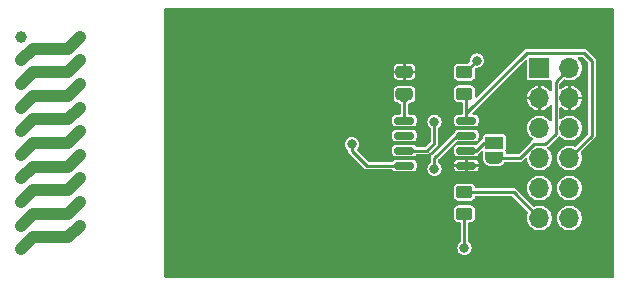
<source format=gbr>
%TF.GenerationSoftware,KiCad,Pcbnew,7.0.10*%
%TF.CreationDate,2024-01-17T19:36:25+01:00*%
%TF.ProjectId,RFM69HW_868,52464d36-3948-4575-9f38-36382e6b6963,rev?*%
%TF.SameCoordinates,Original*%
%TF.FileFunction,Copper,L2,Bot*%
%TF.FilePolarity,Positive*%
%FSLAX46Y46*%
G04 Gerber Fmt 4.6, Leading zero omitted, Abs format (unit mm)*
G04 Created by KiCad (PCBNEW 7.0.10) date 2024-01-17 19:36:25*
%MOMM*%
%LPD*%
G01*
G04 APERTURE LIST*
G04 Aperture macros list*
%AMRoundRect*
0 Rectangle with rounded corners*
0 $1 Rounding radius*
0 $2 $3 $4 $5 $6 $7 $8 $9 X,Y pos of 4 corners*
0 Add a 4 corners polygon primitive as box body*
4,1,4,$2,$3,$4,$5,$6,$7,$8,$9,$2,$3,0*
0 Add four circle primitives for the rounded corners*
1,1,$1+$1,$2,$3*
1,1,$1+$1,$4,$5*
1,1,$1+$1,$6,$7*
1,1,$1+$1,$8,$9*
0 Add four rect primitives between the rounded corners*
20,1,$1+$1,$2,$3,$4,$5,0*
20,1,$1+$1,$4,$5,$6,$7,0*
20,1,$1+$1,$6,$7,$8,$9,0*
20,1,$1+$1,$8,$9,$2,$3,0*%
%AMFreePoly0*
4,1,19,0.550000,-0.750000,0.000000,-0.750000,0.000000,-0.744911,-0.071157,-0.744911,-0.207708,-0.704816,-0.327430,-0.627875,-0.420627,-0.520320,-0.479746,-0.390866,-0.500000,-0.250000,-0.500000,0.250000,-0.479746,0.390866,-0.420627,0.520320,-0.327430,0.627875,-0.207708,0.704816,-0.071157,0.744911,0.000000,0.744911,0.000000,0.750000,0.550000,0.750000,0.550000,-0.750000,0.550000,-0.750000,
$1*%
%AMFreePoly1*
4,1,19,0.000000,0.744911,0.071157,0.744911,0.207708,0.704816,0.327430,0.627875,0.420627,0.520320,0.479746,0.390866,0.500000,0.250000,0.500000,-0.250000,0.479746,-0.390866,0.420627,-0.520320,0.327430,-0.627875,0.207708,-0.704816,0.071157,-0.744911,0.000000,-0.744911,0.000000,-0.750000,-0.550000,-0.750000,-0.550000,0.750000,0.000000,0.750000,0.000000,0.744911,0.000000,0.744911,
$1*%
G04 Aperture macros list end*
%TA.AperFunction,EtchedComponent*%
%ADD10C,1.000000*%
%TD*%
%TA.AperFunction,ComponentPad*%
%ADD11R,1.700000X1.700000*%
%TD*%
%TA.AperFunction,ComponentPad*%
%ADD12O,1.700000X1.700000*%
%TD*%
%TA.AperFunction,ComponentPad*%
%ADD13C,1.000000*%
%TD*%
%TA.AperFunction,SMDPad,CuDef*%
%ADD14FreePoly0,270.000000*%
%TD*%
%TA.AperFunction,SMDPad,CuDef*%
%ADD15R,1.500000X1.000000*%
%TD*%
%TA.AperFunction,SMDPad,CuDef*%
%ADD16FreePoly1,270.000000*%
%TD*%
%TA.AperFunction,SMDPad,CuDef*%
%ADD17RoundRect,0.250000X0.450000X-0.262500X0.450000X0.262500X-0.450000X0.262500X-0.450000X-0.262500X0*%
%TD*%
%TA.AperFunction,SMDPad,CuDef*%
%ADD18RoundRect,0.250000X-0.450000X0.262500X-0.450000X-0.262500X0.450000X-0.262500X0.450000X0.262500X0*%
%TD*%
%TA.AperFunction,SMDPad,CuDef*%
%ADD19RoundRect,0.250000X0.475000X-0.250000X0.475000X0.250000X-0.475000X0.250000X-0.475000X-0.250000X0*%
%TD*%
%TA.AperFunction,SMDPad,CuDef*%
%ADD20RoundRect,0.150000X0.675000X0.150000X-0.675000X0.150000X-0.675000X-0.150000X0.675000X-0.150000X0*%
%TD*%
%TA.AperFunction,ViaPad*%
%ADD21C,0.800000*%
%TD*%
%TA.AperFunction,Conductor*%
%ADD22C,0.250000*%
%TD*%
G04 APERTURE END LIST*
D10*
%TO.C,AE1*%
X105960000Y-58530000D02*
X106960000Y-57530000D01*
X106960000Y-57530000D02*
X109960000Y-57530000D01*
X109960000Y-57530000D02*
X110960000Y-56530000D01*
X105960000Y-56530000D02*
X106960000Y-55530000D01*
X106960000Y-55530000D02*
X109960000Y-55530000D01*
X109960000Y-55530000D02*
X110960000Y-54530000D01*
X105960000Y-54530000D02*
X106960000Y-53530000D01*
X106960000Y-53530000D02*
X109960000Y-53530000D01*
X109960000Y-53530000D02*
X110960000Y-52530000D01*
X105960000Y-52530000D02*
X106960000Y-51530000D01*
X106960000Y-51530000D02*
X109960000Y-51530000D01*
X109960000Y-51530000D02*
X110960000Y-50530000D01*
X105960000Y-50530000D02*
X106960000Y-49530000D01*
X106960000Y-49530000D02*
X109960000Y-49530000D01*
X109960000Y-49530000D02*
X110960000Y-48530000D01*
X105960000Y-48530000D02*
X106960000Y-47530000D01*
X106960000Y-47530000D02*
X109960000Y-47530000D01*
X109960000Y-47530000D02*
X110960000Y-46530000D01*
X105960000Y-46530000D02*
X106960000Y-45530000D01*
X106960000Y-45530000D02*
X109960000Y-45530000D01*
X109960000Y-45530000D02*
X110960000Y-44530000D01*
X105960000Y-44530000D02*
X106960000Y-43530000D01*
X106960000Y-43530000D02*
X109960000Y-43530000D01*
X109960000Y-43530000D02*
X110960000Y-42530000D01*
X105960000Y-42530000D02*
X106960000Y-41530000D01*
X106960000Y-41530000D02*
X109960000Y-41530000D01*
X109960000Y-41530000D02*
X110960000Y-40530000D01*
%TD*%
D11*
%TO.P,J1,1,Pin_1*%
%TO.N,VCC*%
X149860000Y-43180000D03*
D12*
%TO.P,J1,2,Pin_2*%
X152400000Y-43180000D03*
%TO.P,J1,3,Pin_3*%
%TO.N,GND*%
X149860000Y-45720000D03*
%TO.P,J1,4,Pin_4*%
X152400000Y-45720000D03*
%TO.P,J1,5,Pin_5*%
%TO.N,SCK*%
X149860000Y-48260000D03*
%TO.P,J1,6,Pin_6*%
%TO.N,unconnected-(J1-Pin_6-Pad6)*%
X152400000Y-48260000D03*
%TO.P,J1,7,Pin_7*%
%TO.N,MISO*%
X149860000Y-50800000D03*
%TO.P,J1,8,Pin_8*%
%TO.N,nCS2*%
X152400000Y-50800000D03*
%TO.P,J1,9,Pin_9*%
%TO.N,MOSI*%
X149860000Y-53340000D03*
%TO.P,J1,10,Pin_10*%
%TO.N,nRESET*%
X152400000Y-53340000D03*
%TO.P,J1,11,Pin_11*%
%TO.N,nCS*%
X149860000Y-55880000D03*
%TO.P,J1,12,Pin_12*%
%TO.N,DIO0*%
X152400000Y-55880000D03*
%TD*%
D13*
%TO.P,AE1,*%
%TO.N,*%
X105960000Y-58530000D03*
X105960000Y-56530000D03*
X110960000Y-56530000D03*
X105960000Y-54530000D03*
X110960000Y-54530000D03*
X105960000Y-52530000D03*
X110960000Y-52530000D03*
X105960000Y-50530000D03*
X110960000Y-50530000D03*
X105960000Y-48530000D03*
X110960000Y-48530000D03*
X105960000Y-46530000D03*
X110960000Y-46530000D03*
X105960000Y-44530000D03*
X110960000Y-44530000D03*
X105960000Y-42530000D03*
X110960000Y-42530000D03*
X105960000Y-40530000D03*
X110960000Y-40530000D03*
%TD*%
D14*
%TO.P,JP1,1,A*%
%TO.N,GND*%
X146050000Y-48200000D03*
D15*
%TO.P,JP1,2,C*%
%TO.N,Net-(JP1-C)*%
X146050000Y-49500000D03*
D16*
%TO.P,JP1,3,B*%
%TO.N,VCC*%
X146050000Y-50800000D03*
%TD*%
D17*
%TO.P,R2,1*%
%TO.N,VCC*%
X143510000Y-55522500D03*
%TO.P,R2,2*%
%TO.N,nCS*%
X143510000Y-53697500D03*
%TD*%
D18*
%TO.P,R1,1*%
%TO.N,VCC*%
X143510000Y-43537500D03*
%TO.P,R1,2*%
%TO.N,nCS2*%
X143510000Y-45362500D03*
%TD*%
D19*
%TO.P,C2,1*%
%TO.N,VCC*%
X138430000Y-45400000D03*
%TO.P,C2,2*%
%TO.N,GND*%
X138430000Y-43500000D03*
%TD*%
D20*
%TO.P,U2,1,~{CS}*%
%TO.N,nCS2*%
X143680000Y-47625000D03*
%TO.P,U2,2,O1/SO*%
%TO.N,MISO*%
X143680000Y-48895000D03*
%TO.P,U2,3,~{WP}*%
%TO.N,Net-(JP1-C)*%
X143680000Y-50165000D03*
%TO.P,U2,4,VSS*%
%TO.N,GND*%
X143680000Y-51435000D03*
%TO.P,U2,5,SI/IO0*%
%TO.N,MOSI*%
X138430000Y-51435000D03*
%TO.P,U2,6,SCLK*%
%TO.N,SCK*%
X138430000Y-50165000D03*
%TO.P,U2,7,NC*%
%TO.N,unconnected-(U2-NC-Pad7)*%
X138430000Y-48895000D03*
%TO.P,U2,8,VCC*%
%TO.N,VCC*%
X138430000Y-47625000D03*
%TD*%
D21*
%TO.N,GND*%
X132715000Y-38735000D03*
X136525000Y-38735000D03*
X146685000Y-60325000D03*
X149225000Y-38735000D03*
X123825000Y-60325000D03*
X139065000Y-38735000D03*
X155575000Y-50165000D03*
X129540000Y-48895000D03*
X126365000Y-38735000D03*
X130175000Y-38735000D03*
X129540000Y-50800000D03*
X133985000Y-60325000D03*
X135255000Y-38735000D03*
X147955000Y-38735000D03*
X144145000Y-60325000D03*
X137795000Y-60325000D03*
X126365000Y-60325000D03*
X128905000Y-38735000D03*
X147955000Y-60325000D03*
X137795000Y-38735000D03*
X131445000Y-38735000D03*
X149225000Y-60325000D03*
X146685000Y-38735000D03*
X142875000Y-60325000D03*
X130175000Y-60325000D03*
X155575000Y-40005000D03*
X122555000Y-38735000D03*
X121285000Y-60325000D03*
X144145000Y-38735000D03*
X154305000Y-60325000D03*
X150495000Y-60325000D03*
X127635000Y-38735000D03*
X131445000Y-60325000D03*
X140335000Y-38735000D03*
X155575000Y-43815000D03*
X127635000Y-60325000D03*
X155575000Y-53975000D03*
X142875000Y-38735000D03*
X155575000Y-45085000D03*
X125095000Y-38735000D03*
X155575000Y-59055000D03*
X122555000Y-60325000D03*
X155575000Y-60325000D03*
X155575000Y-41275000D03*
X155575000Y-47625000D03*
X136525000Y-60325000D03*
X121285000Y-38735000D03*
X154305000Y-38735000D03*
X155575000Y-52705000D03*
X125095000Y-60325000D03*
X128905000Y-60325000D03*
X151765000Y-38735000D03*
X133985000Y-38735000D03*
X120015000Y-38735000D03*
X155575000Y-56515000D03*
X118745000Y-38735000D03*
X118745000Y-60325000D03*
X141605000Y-38735000D03*
X153035000Y-60325000D03*
X151765000Y-60325000D03*
X155575000Y-42545000D03*
X155575000Y-46355000D03*
X155575000Y-48895000D03*
X141605000Y-60325000D03*
X145415000Y-60325000D03*
X155575000Y-51435000D03*
X120015000Y-60325000D03*
X123825000Y-38735000D03*
X135255000Y-60325000D03*
X155575000Y-57785000D03*
X155575000Y-38735000D03*
X139065000Y-60325000D03*
X140335000Y-60325000D03*
X155575000Y-55245000D03*
X150495000Y-38735000D03*
X132715000Y-60325000D03*
X153035000Y-38735000D03*
X145415000Y-38735000D03*
%TO.N,SCK*%
X140970000Y-47720000D03*
%TO.N,MOSI*%
X133985000Y-49625000D03*
%TO.N,MISO*%
X140970000Y-51720000D03*
%TO.N,VCC*%
X144565000Y-42545000D03*
X143510000Y-58420000D03*
X138430000Y-45720000D03*
%TD*%
D22*
%TO.N,nCS*%
X149860000Y-55880000D02*
X147677500Y-53697500D01*
X147677500Y-53697500D02*
X143510000Y-53697500D01*
%TO.N,SCK*%
X138430000Y-50165000D02*
X140335000Y-50165000D01*
X140970000Y-49530000D02*
X140970000Y-47720000D01*
X140335000Y-50165000D02*
X140970000Y-49530000D01*
%TO.N,MOSI*%
X133985000Y-50165000D02*
X133985000Y-49625000D01*
X135255000Y-51435000D02*
X133985000Y-50165000D01*
X138430000Y-51435000D02*
X135255000Y-51435000D01*
%TO.N,MISO*%
X142875000Y-48895000D02*
X140970000Y-50800000D01*
X143680000Y-48895000D02*
X142875000Y-48895000D01*
X140970000Y-50800000D02*
X140970000Y-51720000D01*
%TO.N,VCC*%
X146050000Y-50800000D02*
X148198299Y-50800000D01*
X148198299Y-50800000D02*
X149373299Y-49625000D01*
X149373299Y-49625000D02*
X150346701Y-49625000D01*
X138430000Y-45720000D02*
X138430000Y-47625000D01*
X151225000Y-48746701D02*
X151225000Y-44355000D01*
X143572500Y-43537500D02*
X144565000Y-42545000D01*
X143510000Y-55522500D02*
X143510000Y-58420000D01*
X143510000Y-43537500D02*
X143572500Y-43537500D01*
X151225000Y-44355000D02*
X152400000Y-43180000D01*
X150346701Y-49625000D02*
X151225000Y-48746701D01*
%TO.N,nCS2*%
X143680000Y-47625000D02*
X143680000Y-47010000D01*
X143680000Y-47625000D02*
X143680000Y-45532500D01*
X143680000Y-47010000D02*
X148780000Y-41910000D01*
X143680000Y-45532500D02*
X143510000Y-45362500D01*
X148780000Y-41910000D02*
X153670000Y-41910000D01*
X154305000Y-42545000D02*
X154305000Y-48895000D01*
X154305000Y-48895000D02*
X152400000Y-50800000D01*
X153670000Y-41910000D02*
X154305000Y-42545000D01*
%TO.N,Net-(JP1-C)*%
X143680000Y-50165000D02*
X144504999Y-50165000D01*
X144504999Y-50165000D02*
X145169999Y-49500000D01*
X145169999Y-49500000D02*
X146050000Y-49500000D01*
%TD*%
%TA.AperFunction,Conductor*%
%TO.N,GND*%
G36*
X156143691Y-38144407D02*
G01*
X156179655Y-38193907D01*
X156184500Y-38224500D01*
X156184500Y-60835500D01*
X156165593Y-60893691D01*
X156116093Y-60929655D01*
X156085500Y-60934500D01*
X118209000Y-60934500D01*
X118150809Y-60915593D01*
X118114845Y-60866093D01*
X118110000Y-60835500D01*
X118110000Y-55839274D01*
X142609500Y-55839274D01*
X142612353Y-55869694D01*
X142612355Y-55869703D01*
X142657207Y-55997883D01*
X142737845Y-56107144D01*
X142737847Y-56107146D01*
X142737850Y-56107150D01*
X142737853Y-56107152D01*
X142737855Y-56107154D01*
X142847116Y-56187792D01*
X142847117Y-56187792D01*
X142847118Y-56187793D01*
X142975301Y-56232646D01*
X143005725Y-56235499D01*
X143005727Y-56235500D01*
X143005734Y-56235500D01*
X143085500Y-56235500D01*
X143143691Y-56254407D01*
X143179655Y-56303907D01*
X143184500Y-56334500D01*
X143184500Y-57864028D01*
X143165593Y-57922219D01*
X143145768Y-57942570D01*
X143081718Y-57991717D01*
X142985462Y-58117160D01*
X142985462Y-58117161D01*
X142924957Y-58263233D01*
X142924955Y-58263241D01*
X142904318Y-58419999D01*
X142904318Y-58420000D01*
X142924955Y-58576758D01*
X142924957Y-58576766D01*
X142985462Y-58722838D01*
X142985462Y-58722839D01*
X142985464Y-58722841D01*
X143081718Y-58848282D01*
X143207159Y-58944536D01*
X143353238Y-59005044D01*
X143470809Y-59020522D01*
X143509999Y-59025682D01*
X143510000Y-59025682D01*
X143510001Y-59025682D01*
X143541352Y-59021554D01*
X143666762Y-59005044D01*
X143812841Y-58944536D01*
X143938282Y-58848282D01*
X144034536Y-58722841D01*
X144095044Y-58576762D01*
X144115682Y-58420000D01*
X144095044Y-58263238D01*
X144034537Y-58117161D01*
X144034537Y-58117160D01*
X143938281Y-57991717D01*
X143874232Y-57942570D01*
X143839577Y-57892145D01*
X143835500Y-57864028D01*
X143835500Y-56334500D01*
X143854407Y-56276309D01*
X143903907Y-56240345D01*
X143934500Y-56235500D01*
X144014273Y-56235500D01*
X144014273Y-56235499D01*
X144044699Y-56232646D01*
X144172882Y-56187793D01*
X144282150Y-56107150D01*
X144362793Y-55997882D01*
X144407646Y-55869699D01*
X144410499Y-55839273D01*
X144410500Y-55839273D01*
X144410500Y-55205727D01*
X144410499Y-55205725D01*
X144407646Y-55175305D01*
X144407646Y-55175301D01*
X144362793Y-55047118D01*
X144282150Y-54937850D01*
X144282146Y-54937847D01*
X144282144Y-54937845D01*
X144172883Y-54857207D01*
X144044703Y-54812355D01*
X144044694Y-54812353D01*
X144014274Y-54809500D01*
X144014266Y-54809500D01*
X143005734Y-54809500D01*
X143005725Y-54809500D01*
X142975305Y-54812353D01*
X142975296Y-54812355D01*
X142847116Y-54857207D01*
X142737855Y-54937845D01*
X142737845Y-54937855D01*
X142657207Y-55047116D01*
X142612355Y-55175296D01*
X142612353Y-55175305D01*
X142609500Y-55205725D01*
X142609500Y-55839274D01*
X118110000Y-55839274D01*
X118110000Y-54014274D01*
X142609500Y-54014274D01*
X142612353Y-54044694D01*
X142612355Y-54044703D01*
X142657207Y-54172883D01*
X142737845Y-54282144D01*
X142737847Y-54282146D01*
X142737850Y-54282150D01*
X142737853Y-54282152D01*
X142737855Y-54282154D01*
X142847116Y-54362792D01*
X142847117Y-54362792D01*
X142847118Y-54362793D01*
X142975301Y-54407646D01*
X143005725Y-54410499D01*
X143005727Y-54410500D01*
X143005734Y-54410500D01*
X144014273Y-54410500D01*
X144014273Y-54410499D01*
X144044699Y-54407646D01*
X144172882Y-54362793D01*
X144282150Y-54282150D01*
X144362793Y-54172882D01*
X144392039Y-54089302D01*
X144429104Y-54040622D01*
X144485483Y-54023000D01*
X147501666Y-54023000D01*
X147559857Y-54041907D01*
X147571670Y-54051996D01*
X148871497Y-55351823D01*
X148899274Y-55406340D01*
X148889703Y-55466772D01*
X148888807Y-55468489D01*
X148884770Y-55476041D01*
X148884766Y-55476052D01*
X148824699Y-55674065D01*
X148824698Y-55674070D01*
X148804417Y-55879996D01*
X148804417Y-55880003D01*
X148824698Y-56085929D01*
X148824699Y-56085934D01*
X148884768Y-56283954D01*
X148982316Y-56466452D01*
X149113585Y-56626404D01*
X149113590Y-56626410D01*
X149113595Y-56626414D01*
X149273547Y-56757683D01*
X149273548Y-56757683D01*
X149273550Y-56757685D01*
X149456046Y-56855232D01*
X149593997Y-56897078D01*
X149654065Y-56915300D01*
X149654070Y-56915301D01*
X149859997Y-56935583D01*
X149860000Y-56935583D01*
X149860003Y-56935583D01*
X150065929Y-56915301D01*
X150065934Y-56915300D01*
X150263954Y-56855232D01*
X150446450Y-56757685D01*
X150606410Y-56626410D01*
X150737685Y-56466450D01*
X150835232Y-56283954D01*
X150895300Y-56085934D01*
X150895301Y-56085929D01*
X150915583Y-55880003D01*
X151344417Y-55880003D01*
X151364698Y-56085929D01*
X151364699Y-56085934D01*
X151424768Y-56283954D01*
X151522316Y-56466452D01*
X151653585Y-56626404D01*
X151653590Y-56626410D01*
X151653595Y-56626414D01*
X151813547Y-56757683D01*
X151813548Y-56757683D01*
X151813550Y-56757685D01*
X151996046Y-56855232D01*
X152133997Y-56897078D01*
X152194065Y-56915300D01*
X152194070Y-56915301D01*
X152399997Y-56935583D01*
X152400000Y-56935583D01*
X152400003Y-56935583D01*
X152605929Y-56915301D01*
X152605934Y-56915300D01*
X152803954Y-56855232D01*
X152986450Y-56757685D01*
X153146410Y-56626410D01*
X153277685Y-56466450D01*
X153375232Y-56283954D01*
X153435300Y-56085934D01*
X153435301Y-56085929D01*
X153455583Y-55880003D01*
X153455583Y-55879996D01*
X153435301Y-55674070D01*
X153435300Y-55674065D01*
X153417078Y-55613997D01*
X153375232Y-55476046D01*
X153277685Y-55293550D01*
X153146410Y-55133590D01*
X153041041Y-55047116D01*
X152986452Y-55002316D01*
X152803954Y-54904768D01*
X152605934Y-54844699D01*
X152605929Y-54844698D01*
X152400003Y-54824417D01*
X152399997Y-54824417D01*
X152194070Y-54844698D01*
X152194065Y-54844699D01*
X151996045Y-54904768D01*
X151813547Y-55002316D01*
X151653595Y-55133585D01*
X151653585Y-55133595D01*
X151522316Y-55293547D01*
X151424768Y-55476045D01*
X151364699Y-55674065D01*
X151364698Y-55674070D01*
X151344417Y-55879996D01*
X151344417Y-55880003D01*
X150915583Y-55880003D01*
X150915583Y-55879996D01*
X150895301Y-55674070D01*
X150895300Y-55674065D01*
X150877078Y-55613997D01*
X150835232Y-55476046D01*
X150737685Y-55293550D01*
X150606410Y-55133590D01*
X150501041Y-55047116D01*
X150446452Y-55002316D01*
X150263954Y-54904768D01*
X150065934Y-54844699D01*
X150065929Y-54844698D01*
X149860003Y-54824417D01*
X149859997Y-54824417D01*
X149654070Y-54844698D01*
X149654065Y-54844699D01*
X149456052Y-54904766D01*
X149456049Y-54904767D01*
X149456046Y-54904768D01*
X149456044Y-54904768D01*
X149456041Y-54904770D01*
X149448489Y-54908807D01*
X149388255Y-54919558D01*
X149333206Y-54892852D01*
X149331823Y-54891497D01*
X147920768Y-53480442D01*
X147914934Y-53474074D01*
X147889956Y-53444306D01*
X147856295Y-53424872D01*
X147849012Y-53420232D01*
X147817185Y-53397946D01*
X147817179Y-53397943D01*
X147815724Y-53397554D01*
X147791848Y-53387664D01*
X147790545Y-53386911D01*
X147752279Y-53380164D01*
X147743850Y-53378295D01*
X147718948Y-53371623D01*
X147706307Y-53368236D01*
X147706306Y-53368236D01*
X147706305Y-53368236D01*
X147667595Y-53371623D01*
X147658966Y-53372000D01*
X144485483Y-53372000D01*
X144427292Y-53353093D01*
X144417555Y-53340003D01*
X148804417Y-53340003D01*
X148824698Y-53545929D01*
X148824699Y-53545934D01*
X148884768Y-53743954D01*
X148982316Y-53926452D01*
X149079355Y-54044694D01*
X149113590Y-54086410D01*
X149113595Y-54086414D01*
X149273547Y-54217683D01*
X149273548Y-54217683D01*
X149273550Y-54217685D01*
X149456046Y-54315232D01*
X149593997Y-54357078D01*
X149654065Y-54375300D01*
X149654070Y-54375301D01*
X149859997Y-54395583D01*
X149860000Y-54395583D01*
X149860003Y-54395583D01*
X150065929Y-54375301D01*
X150065934Y-54375300D01*
X150263954Y-54315232D01*
X150446450Y-54217685D01*
X150606410Y-54086410D01*
X150737685Y-53926450D01*
X150835232Y-53743954D01*
X150895300Y-53545934D01*
X150895301Y-53545929D01*
X150915583Y-53340003D01*
X151344417Y-53340003D01*
X151364698Y-53545929D01*
X151364699Y-53545934D01*
X151424768Y-53743954D01*
X151522316Y-53926452D01*
X151619355Y-54044694D01*
X151653590Y-54086410D01*
X151653595Y-54086414D01*
X151813547Y-54217683D01*
X151813548Y-54217683D01*
X151813550Y-54217685D01*
X151996046Y-54315232D01*
X152133997Y-54357078D01*
X152194065Y-54375300D01*
X152194070Y-54375301D01*
X152399997Y-54395583D01*
X152400000Y-54395583D01*
X152400003Y-54395583D01*
X152605929Y-54375301D01*
X152605934Y-54375300D01*
X152803954Y-54315232D01*
X152986450Y-54217685D01*
X153146410Y-54086410D01*
X153277685Y-53926450D01*
X153375232Y-53743954D01*
X153435300Y-53545934D01*
X153435301Y-53545929D01*
X153455583Y-53340003D01*
X153455583Y-53339996D01*
X153435301Y-53134070D01*
X153435300Y-53134065D01*
X153390796Y-52987355D01*
X153375232Y-52936046D01*
X153277685Y-52753550D01*
X153146410Y-52593590D01*
X153146404Y-52593585D01*
X152986452Y-52462316D01*
X152803954Y-52364768D01*
X152605934Y-52304699D01*
X152605929Y-52304698D01*
X152400003Y-52284417D01*
X152399997Y-52284417D01*
X152194070Y-52304698D01*
X152194065Y-52304699D01*
X151996045Y-52364768D01*
X151813547Y-52462316D01*
X151653595Y-52593585D01*
X151653585Y-52593595D01*
X151522316Y-52753547D01*
X151424768Y-52936045D01*
X151364699Y-53134065D01*
X151364698Y-53134070D01*
X151344417Y-53339996D01*
X151344417Y-53340003D01*
X150915583Y-53340003D01*
X150915583Y-53339996D01*
X150895301Y-53134070D01*
X150895300Y-53134065D01*
X150850796Y-52987355D01*
X150835232Y-52936046D01*
X150737685Y-52753550D01*
X150606410Y-52593590D01*
X150606404Y-52593585D01*
X150446452Y-52462316D01*
X150263954Y-52364768D01*
X150065934Y-52304699D01*
X150065929Y-52304698D01*
X149860003Y-52284417D01*
X149859997Y-52284417D01*
X149654070Y-52304698D01*
X149654065Y-52304699D01*
X149456045Y-52364768D01*
X149273547Y-52462316D01*
X149113595Y-52593585D01*
X149113585Y-52593595D01*
X148982316Y-52753547D01*
X148884768Y-52936045D01*
X148824699Y-53134065D01*
X148824698Y-53134070D01*
X148804417Y-53339996D01*
X148804417Y-53340003D01*
X144417555Y-53340003D01*
X144392039Y-53305698D01*
X144362792Y-53222116D01*
X144282154Y-53112855D01*
X144282152Y-53112853D01*
X144282150Y-53112850D01*
X144282146Y-53112847D01*
X144282144Y-53112845D01*
X144172883Y-53032207D01*
X144044703Y-52987355D01*
X144044694Y-52987353D01*
X144014274Y-52984500D01*
X144014266Y-52984500D01*
X143005734Y-52984500D01*
X143005725Y-52984500D01*
X142975305Y-52987353D01*
X142975296Y-52987355D01*
X142847116Y-53032207D01*
X142737855Y-53112845D01*
X142737845Y-53112855D01*
X142657207Y-53222116D01*
X142612355Y-53350296D01*
X142612353Y-53350305D01*
X142609500Y-53380725D01*
X142609500Y-54014274D01*
X118110000Y-54014274D01*
X118110000Y-49625000D01*
X133379318Y-49625000D01*
X133399955Y-49781758D01*
X133399957Y-49781766D01*
X133460462Y-49927838D01*
X133460462Y-49927839D01*
X133550213Y-50044805D01*
X133556718Y-50053282D01*
X133617940Y-50100259D01*
X133652594Y-50150681D01*
X133656294Y-50187427D01*
X133655736Y-50193805D01*
X133655736Y-50193806D01*
X133665795Y-50231350D01*
X133667664Y-50239779D01*
X133674411Y-50278045D01*
X133675164Y-50279348D01*
X133685054Y-50303224D01*
X133685443Y-50304679D01*
X133685446Y-50304685D01*
X133707732Y-50336512D01*
X133712371Y-50343793D01*
X133731806Y-50377455D01*
X133753959Y-50396044D01*
X133761569Y-50402429D01*
X133767938Y-50408264D01*
X135011741Y-51652068D01*
X135017565Y-51658424D01*
X135042545Y-51688194D01*
X135076208Y-51707629D01*
X135083473Y-51712257D01*
X135115316Y-51734554D01*
X135116767Y-51734942D01*
X135140659Y-51744840D01*
X135141954Y-51745588D01*
X135153190Y-51747568D01*
X135180233Y-51752337D01*
X135188642Y-51754201D01*
X135226193Y-51764263D01*
X135226194Y-51764262D01*
X135226194Y-51764263D01*
X135264897Y-51760877D01*
X135273525Y-51760500D01*
X137393812Y-51760500D01*
X137452003Y-51779407D01*
X137463816Y-51789496D01*
X137465801Y-51791481D01*
X137465802Y-51791483D01*
X137548517Y-51874198D01*
X137602285Y-51900483D01*
X137653604Y-51925572D01*
X137653605Y-51925572D01*
X137653607Y-51925573D01*
X137721740Y-51935500D01*
X137721743Y-51935500D01*
X139138257Y-51935500D01*
X139138260Y-51935500D01*
X139206393Y-51925573D01*
X139311483Y-51874198D01*
X139394198Y-51791483D01*
X139429144Y-51720000D01*
X140364318Y-51720000D01*
X140384955Y-51876758D01*
X140384957Y-51876766D01*
X140445462Y-52022838D01*
X140445462Y-52022839D01*
X140445464Y-52022841D01*
X140541718Y-52148282D01*
X140667159Y-52244536D01*
X140667160Y-52244536D01*
X140667161Y-52244537D01*
X140813233Y-52305042D01*
X140813238Y-52305044D01*
X140930809Y-52320522D01*
X140969999Y-52325682D01*
X140970000Y-52325682D01*
X140970001Y-52325682D01*
X141001352Y-52321554D01*
X141126762Y-52305044D01*
X141272841Y-52244536D01*
X141398282Y-52148282D01*
X141494536Y-52022841D01*
X141555044Y-51876762D01*
X141575682Y-51720000D01*
X141571238Y-51686248D01*
X141562282Y-51618216D01*
X142655001Y-51618216D01*
X142664912Y-51686250D01*
X142716214Y-51791188D01*
X142798812Y-51873786D01*
X142903751Y-51925087D01*
X142971784Y-51934999D01*
X143579998Y-51934999D01*
X143580000Y-51934998D01*
X143780000Y-51934998D01*
X143780001Y-51934999D01*
X144388213Y-51934999D01*
X144388216Y-51934998D01*
X144456250Y-51925087D01*
X144561188Y-51873785D01*
X144643786Y-51791187D01*
X144695087Y-51686248D01*
X144705000Y-51618215D01*
X144705000Y-51535001D01*
X144704999Y-51535000D01*
X143780001Y-51535000D01*
X143780000Y-51535001D01*
X143780000Y-51934998D01*
X143580000Y-51934998D01*
X143580000Y-51535001D01*
X143579999Y-51535000D01*
X142655002Y-51535000D01*
X142655001Y-51535001D01*
X142655001Y-51618216D01*
X141562282Y-51618216D01*
X141555044Y-51563241D01*
X141555044Y-51563238D01*
X141543348Y-51535001D01*
X141494537Y-51417161D01*
X141494537Y-51417160D01*
X141431493Y-51334999D01*
X142655000Y-51334999D01*
X142655001Y-51335000D01*
X143579999Y-51335000D01*
X143580000Y-51334999D01*
X143780000Y-51334999D01*
X143780001Y-51335000D01*
X144704998Y-51335000D01*
X144704999Y-51334999D01*
X144704999Y-51251786D01*
X144704998Y-51251783D01*
X144695087Y-51183749D01*
X144643785Y-51078811D01*
X144561187Y-50996213D01*
X144456248Y-50944912D01*
X144388216Y-50935000D01*
X143780001Y-50935000D01*
X143780000Y-50935001D01*
X143780000Y-51334999D01*
X143580000Y-51334999D01*
X143580000Y-50935001D01*
X143579999Y-50935000D01*
X142971786Y-50935000D01*
X142971783Y-50935001D01*
X142903749Y-50944912D01*
X142798811Y-50996214D01*
X142716213Y-51078812D01*
X142664912Y-51183751D01*
X142655000Y-51251784D01*
X142655000Y-51334999D01*
X141431493Y-51334999D01*
X141398281Y-51291717D01*
X141334232Y-51242570D01*
X141299577Y-51192145D01*
X141295500Y-51164028D01*
X141295500Y-50975833D01*
X141314407Y-50917642D01*
X141324490Y-50905835D01*
X142817115Y-49413209D01*
X142871630Y-49385434D01*
X142901391Y-49385249D01*
X142903603Y-49385571D01*
X142903607Y-49385573D01*
X142971740Y-49395500D01*
X142971744Y-49395500D01*
X144388257Y-49395500D01*
X144388260Y-49395500D01*
X144456393Y-49385573D01*
X144561483Y-49334198D01*
X144644198Y-49251483D01*
X144695573Y-49146393D01*
X144705500Y-49078260D01*
X144705500Y-48711740D01*
X144695573Y-48643607D01*
X144695373Y-48643198D01*
X144644198Y-48538518D01*
X144644198Y-48538517D01*
X144561483Y-48455802D01*
X144561481Y-48455801D01*
X144456395Y-48404427D01*
X144429139Y-48400456D01*
X144388260Y-48394500D01*
X142971740Y-48394500D01*
X142937673Y-48399463D01*
X142903604Y-48404427D01*
X142798518Y-48455801D01*
X142715801Y-48538518D01*
X142694049Y-48583012D01*
X142679940Y-48611874D01*
X142674480Y-48623042D01*
X142661376Y-48643198D01*
X142637569Y-48671569D01*
X142631736Y-48677936D01*
X140752940Y-50556732D01*
X140746574Y-50562564D01*
X140716807Y-50587542D01*
X140716805Y-50587544D01*
X140697371Y-50621205D01*
X140692740Y-50628475D01*
X140670446Y-50660316D01*
X140670446Y-50660317D01*
X140670442Y-50660324D01*
X140670051Y-50661786D01*
X140660170Y-50685640D01*
X140659414Y-50686948D01*
X140659410Y-50686960D01*
X140652662Y-50725223D01*
X140650794Y-50733649D01*
X140640736Y-50771187D01*
X140640736Y-50771194D01*
X140644123Y-50809904D01*
X140644500Y-50818533D01*
X140644500Y-51164028D01*
X140625593Y-51222219D01*
X140605768Y-51242570D01*
X140541718Y-51291717D01*
X140445462Y-51417160D01*
X140445462Y-51417161D01*
X140384957Y-51563233D01*
X140384955Y-51563241D01*
X140364318Y-51719999D01*
X140364318Y-51720000D01*
X139429144Y-51720000D01*
X139445573Y-51686393D01*
X139455500Y-51618260D01*
X139455500Y-51251740D01*
X139445573Y-51183607D01*
X139436001Y-51164028D01*
X139420464Y-51132245D01*
X139394198Y-51078517D01*
X139311483Y-50995802D01*
X139311481Y-50995801D01*
X139206395Y-50944427D01*
X139179139Y-50940456D01*
X139138260Y-50934500D01*
X137721740Y-50934500D01*
X137687673Y-50939463D01*
X137653604Y-50944427D01*
X137548518Y-50995801D01*
X137548517Y-50995801D01*
X137548517Y-50995802D01*
X137465802Y-51078517D01*
X137465801Y-51078518D01*
X137463816Y-51080504D01*
X137409299Y-51108281D01*
X137393812Y-51109500D01*
X135430835Y-51109500D01*
X135372644Y-51090593D01*
X135360831Y-51080504D01*
X134901532Y-50621205D01*
X134628586Y-50348260D01*
X137404500Y-50348260D01*
X137408469Y-50375500D01*
X137414427Y-50416395D01*
X137464831Y-50519496D01*
X137465802Y-50521483D01*
X137548517Y-50604198D01*
X137583306Y-50621205D01*
X137653604Y-50655572D01*
X137653605Y-50655572D01*
X137653607Y-50655573D01*
X137721740Y-50665500D01*
X137721743Y-50665500D01*
X139138257Y-50665500D01*
X139138260Y-50665500D01*
X139206393Y-50655573D01*
X139311483Y-50604198D01*
X139394198Y-50521483D01*
X139394198Y-50521480D01*
X139396184Y-50519496D01*
X139450701Y-50491719D01*
X139466188Y-50490500D01*
X140316466Y-50490500D01*
X140325094Y-50490876D01*
X140363807Y-50494264D01*
X140401354Y-50484202D01*
X140409784Y-50482334D01*
X140448045Y-50475588D01*
X140449345Y-50474838D01*
X140473236Y-50464942D01*
X140473464Y-50464880D01*
X140474684Y-50464554D01*
X140506533Y-50442251D01*
X140513779Y-50437635D01*
X140547455Y-50418194D01*
X140572443Y-50388413D01*
X140578254Y-50382070D01*
X141187066Y-49773258D01*
X141193425Y-49767433D01*
X141196682Y-49764700D01*
X141223194Y-49742455D01*
X141242635Y-49708779D01*
X141247251Y-49701533D01*
X141269554Y-49669684D01*
X141269942Y-49668236D01*
X141279838Y-49644345D01*
X141280588Y-49643045D01*
X141287334Y-49604784D01*
X141289204Y-49596348D01*
X141299264Y-49558807D01*
X141295877Y-49520091D01*
X141295500Y-49511463D01*
X141295500Y-48275970D01*
X141314407Y-48217779D01*
X141334233Y-48197428D01*
X141398282Y-48148282D01*
X141494536Y-48022841D01*
X141555044Y-47876762D01*
X141575682Y-47720000D01*
X141555044Y-47563238D01*
X141504718Y-47441740D01*
X141494537Y-47417161D01*
X141494537Y-47417160D01*
X141398286Y-47291723D01*
X141398285Y-47291722D01*
X141398282Y-47291718D01*
X141398277Y-47291714D01*
X141398276Y-47291713D01*
X141310941Y-47224699D01*
X141272841Y-47195464D01*
X141272840Y-47195463D01*
X141272838Y-47195462D01*
X141126766Y-47134957D01*
X141126758Y-47134955D01*
X140970001Y-47114318D01*
X140969999Y-47114318D01*
X140813241Y-47134955D01*
X140813233Y-47134957D01*
X140667161Y-47195462D01*
X140667160Y-47195462D01*
X140541723Y-47291713D01*
X140541713Y-47291723D01*
X140445462Y-47417160D01*
X140445462Y-47417161D01*
X140384957Y-47563233D01*
X140384955Y-47563241D01*
X140364318Y-47719999D01*
X140364318Y-47720000D01*
X140384955Y-47876758D01*
X140384957Y-47876766D01*
X140445462Y-48022838D01*
X140445462Y-48022839D01*
X140541713Y-48148276D01*
X140541718Y-48148282D01*
X140541722Y-48148285D01*
X140605767Y-48197428D01*
X140640423Y-48247852D01*
X140644500Y-48275970D01*
X140644500Y-49354166D01*
X140625593Y-49412357D01*
X140615504Y-49424170D01*
X140229170Y-49810504D01*
X140174653Y-49838281D01*
X140159166Y-49839500D01*
X139466188Y-49839500D01*
X139407997Y-49820593D01*
X139396184Y-49810504D01*
X139394198Y-49808518D01*
X139394198Y-49808517D01*
X139311483Y-49725802D01*
X139311481Y-49725801D01*
X139206395Y-49674427D01*
X139179139Y-49670456D01*
X139138260Y-49664500D01*
X137721740Y-49664500D01*
X137687673Y-49669463D01*
X137653604Y-49674427D01*
X137548518Y-49725801D01*
X137465801Y-49808518D01*
X137414427Y-49913604D01*
X137409463Y-49947673D01*
X137404500Y-49981740D01*
X137404500Y-50348260D01*
X134628586Y-50348260D01*
X134440079Y-50159753D01*
X134412303Y-50105237D01*
X134421874Y-50044805D01*
X134431531Y-50029499D01*
X134509536Y-49927841D01*
X134570044Y-49781762D01*
X134590682Y-49625000D01*
X134570044Y-49468238D01*
X134570042Y-49468233D01*
X134509537Y-49322161D01*
X134509537Y-49322160D01*
X134413286Y-49196723D01*
X134413285Y-49196722D01*
X134413282Y-49196718D01*
X134413277Y-49196714D01*
X134413276Y-49196713D01*
X134287838Y-49100462D01*
X134234238Y-49078260D01*
X137404500Y-49078260D01*
X137408754Y-49107455D01*
X137414427Y-49146395D01*
X137452959Y-49225212D01*
X137465802Y-49251483D01*
X137548517Y-49334198D01*
X137602285Y-49360483D01*
X137653604Y-49385572D01*
X137653605Y-49385572D01*
X137653607Y-49385573D01*
X137721740Y-49395500D01*
X137721743Y-49395500D01*
X139138257Y-49395500D01*
X139138260Y-49395500D01*
X139206393Y-49385573D01*
X139311483Y-49334198D01*
X139394198Y-49251483D01*
X139445573Y-49146393D01*
X139455500Y-49078260D01*
X139455500Y-48711740D01*
X139445573Y-48643607D01*
X139445373Y-48643198D01*
X139394198Y-48538518D01*
X139394198Y-48538517D01*
X139311483Y-48455802D01*
X139311481Y-48455801D01*
X139206395Y-48404427D01*
X139179139Y-48400456D01*
X139138260Y-48394500D01*
X137721740Y-48394500D01*
X137687673Y-48399463D01*
X137653604Y-48404427D01*
X137548518Y-48455801D01*
X137465801Y-48538518D01*
X137414427Y-48643604D01*
X137414427Y-48643607D01*
X137404500Y-48711740D01*
X137404500Y-49078260D01*
X134234238Y-49078260D01*
X134141766Y-49039957D01*
X134141758Y-49039955D01*
X133985001Y-49019318D01*
X133984999Y-49019318D01*
X133828241Y-49039955D01*
X133828233Y-49039957D01*
X133682161Y-49100462D01*
X133682160Y-49100462D01*
X133556723Y-49196713D01*
X133556713Y-49196723D01*
X133460462Y-49322160D01*
X133460462Y-49322161D01*
X133399957Y-49468233D01*
X133399955Y-49468241D01*
X133379318Y-49624999D01*
X133379318Y-49625000D01*
X118110000Y-49625000D01*
X118110000Y-47808260D01*
X137404500Y-47808260D01*
X137411118Y-47853682D01*
X137414427Y-47876395D01*
X137465801Y-47981481D01*
X137465802Y-47981483D01*
X137548517Y-48064198D01*
X137602285Y-48090483D01*
X137653604Y-48115572D01*
X137653605Y-48115572D01*
X137653607Y-48115573D01*
X137721740Y-48125500D01*
X137721743Y-48125500D01*
X139138257Y-48125500D01*
X139138260Y-48125500D01*
X139206393Y-48115573D01*
X139311483Y-48064198D01*
X139394198Y-47981483D01*
X139445573Y-47876393D01*
X139455500Y-47808260D01*
X139455500Y-47441740D01*
X139445573Y-47373607D01*
X139394198Y-47268517D01*
X139311483Y-47185802D01*
X139311481Y-47185801D01*
X139206395Y-47134427D01*
X139179139Y-47130456D01*
X139138260Y-47124500D01*
X139138257Y-47124500D01*
X138854500Y-47124500D01*
X138796309Y-47105593D01*
X138760345Y-47056093D01*
X138755500Y-47025500D01*
X138755500Y-46275970D01*
X138774407Y-46217779D01*
X138794233Y-46197428D01*
X138858282Y-46148282D01*
X138861639Y-46143907D01*
X138865227Y-46139232D01*
X138915652Y-46104577D01*
X138943768Y-46100500D01*
X138959273Y-46100500D01*
X138959273Y-46100499D01*
X138989699Y-46097646D01*
X139117882Y-46052793D01*
X139227150Y-45972150D01*
X139307793Y-45862882D01*
X139352646Y-45734699D01*
X139355499Y-45704273D01*
X139355500Y-45704273D01*
X139355500Y-45679274D01*
X142609500Y-45679274D01*
X142612353Y-45709694D01*
X142612355Y-45709703D01*
X142657207Y-45837883D01*
X142737845Y-45947144D01*
X142737847Y-45947146D01*
X142737850Y-45947150D01*
X142737853Y-45947152D01*
X142737855Y-45947154D01*
X142847116Y-46027792D01*
X142847117Y-46027792D01*
X142847118Y-46027793D01*
X142975301Y-46072646D01*
X143005725Y-46075499D01*
X143005727Y-46075500D01*
X143005734Y-46075500D01*
X143255500Y-46075500D01*
X143313691Y-46094407D01*
X143349655Y-46143907D01*
X143354500Y-46174500D01*
X143354500Y-46954110D01*
X143351127Y-46979732D01*
X143350736Y-46981189D01*
X143350736Y-46981193D01*
X143353858Y-47016870D01*
X143340095Y-47076487D01*
X143293919Y-47116629D01*
X143255235Y-47124500D01*
X142971740Y-47124500D01*
X142937673Y-47129463D01*
X142903604Y-47134427D01*
X142798518Y-47185801D01*
X142715801Y-47268518D01*
X142664427Y-47373604D01*
X142664427Y-47373607D01*
X142654500Y-47441740D01*
X142654500Y-47808260D01*
X142661118Y-47853682D01*
X142664427Y-47876395D01*
X142715801Y-47981481D01*
X142715802Y-47981483D01*
X142798517Y-48064198D01*
X142852285Y-48090483D01*
X142903604Y-48115572D01*
X142903605Y-48115572D01*
X142903607Y-48115573D01*
X142971740Y-48125500D01*
X142971743Y-48125500D01*
X144388257Y-48125500D01*
X144388260Y-48125500D01*
X144456393Y-48115573D01*
X144561483Y-48064198D01*
X144644198Y-47981483D01*
X144695573Y-47876393D01*
X144705500Y-47808260D01*
X144705500Y-47441740D01*
X144695573Y-47373607D01*
X144644198Y-47268517D01*
X144561483Y-47185802D01*
X144561481Y-47185801D01*
X144456395Y-47134427D01*
X144429139Y-47130456D01*
X144388260Y-47124500D01*
X144388257Y-47124500D01*
X144264834Y-47124500D01*
X144206643Y-47105593D01*
X144170679Y-47056093D01*
X144170679Y-46994907D01*
X144194830Y-46955496D01*
X148640496Y-42509830D01*
X148695013Y-42482053D01*
X148755445Y-42491624D01*
X148798710Y-42534889D01*
X148809500Y-42579834D01*
X148809500Y-44049746D01*
X148809501Y-44049758D01*
X148821132Y-44108227D01*
X148821134Y-44108233D01*
X148861405Y-44168502D01*
X148865448Y-44174552D01*
X148931769Y-44218867D01*
X148976231Y-44227711D01*
X148990241Y-44230498D01*
X148990246Y-44230498D01*
X148990252Y-44230500D01*
X148990253Y-44230500D01*
X150729747Y-44230500D01*
X150729748Y-44230500D01*
X150735469Y-44229362D01*
X150777755Y-44220951D01*
X150838516Y-44228141D01*
X150883446Y-44269673D01*
X150893760Y-44317671D01*
X150894981Y-44317565D01*
X150899123Y-44364904D01*
X150899500Y-44373533D01*
X150899500Y-45054822D01*
X150880593Y-45113013D01*
X150831093Y-45148977D01*
X150769907Y-45148977D01*
X150723972Y-45117627D01*
X150606059Y-44973949D01*
X150606050Y-44973940D01*
X150446170Y-44842731D01*
X150446160Y-44842724D01*
X150263767Y-44745234D01*
X150263762Y-44745232D01*
X150065836Y-44685191D01*
X150065831Y-44685190D01*
X149960000Y-44674767D01*
X149960000Y-45229235D01*
X149895763Y-45220000D01*
X149824237Y-45220000D01*
X149760000Y-45229235D01*
X149760000Y-44674767D01*
X149759999Y-44674767D01*
X149654168Y-44685190D01*
X149654163Y-44685191D01*
X149456237Y-44745232D01*
X149456232Y-44745234D01*
X149273839Y-44842724D01*
X149273829Y-44842731D01*
X149113949Y-44973940D01*
X149113940Y-44973949D01*
X148982731Y-45133829D01*
X148982724Y-45133839D01*
X148885234Y-45316232D01*
X148885232Y-45316237D01*
X148825191Y-45514163D01*
X148825190Y-45514168D01*
X148814767Y-45619999D01*
X148814768Y-45620000D01*
X149368254Y-45620000D01*
X149360000Y-45648111D01*
X149360000Y-45791889D01*
X149368254Y-45820000D01*
X148814767Y-45820000D01*
X148825190Y-45925831D01*
X148825191Y-45925836D01*
X148885232Y-46123762D01*
X148885234Y-46123767D01*
X148982724Y-46306160D01*
X148982731Y-46306170D01*
X149113940Y-46466050D01*
X149113949Y-46466059D01*
X149273829Y-46597268D01*
X149273839Y-46597275D01*
X149456232Y-46694765D01*
X149456237Y-46694767D01*
X149654166Y-46754808D01*
X149759998Y-46765231D01*
X149760000Y-46765230D01*
X149760000Y-46210764D01*
X149824237Y-46220000D01*
X149895763Y-46220000D01*
X149960000Y-46210764D01*
X149960000Y-46765230D01*
X149960001Y-46765231D01*
X150065833Y-46754808D01*
X150263762Y-46694767D01*
X150263767Y-46694765D01*
X150446160Y-46597275D01*
X150446170Y-46597268D01*
X150606050Y-46466059D01*
X150606059Y-46466050D01*
X150723972Y-46322372D01*
X150775503Y-46289385D01*
X150836582Y-46292987D01*
X150883879Y-46331802D01*
X150899500Y-46385177D01*
X150899500Y-47594035D01*
X150880593Y-47652226D01*
X150831093Y-47688190D01*
X150769907Y-47688190D01*
X150723972Y-47656840D01*
X150606414Y-47513595D01*
X150606410Y-47513590D01*
X150518860Y-47441740D01*
X150446452Y-47382316D01*
X150263954Y-47284768D01*
X150065934Y-47224699D01*
X150065929Y-47224698D01*
X149860003Y-47204417D01*
X149859997Y-47204417D01*
X149654070Y-47224698D01*
X149654065Y-47224699D01*
X149456045Y-47284768D01*
X149273547Y-47382316D01*
X149113595Y-47513585D01*
X149113585Y-47513595D01*
X148982316Y-47673547D01*
X148884768Y-47856045D01*
X148824699Y-48054065D01*
X148824698Y-48054070D01*
X148804417Y-48259996D01*
X148804417Y-48260003D01*
X148824698Y-48465929D01*
X148824699Y-48465934D01*
X148884768Y-48663954D01*
X148982316Y-48846452D01*
X149095306Y-48984131D01*
X149113590Y-49006410D01*
X149113595Y-49006414D01*
X149273547Y-49137683D01*
X149277590Y-49140384D01*
X149276163Y-49142519D01*
X149311762Y-49179584D01*
X149320112Y-49240197D01*
X149291240Y-49294142D01*
X149267191Y-49309124D01*
X149267747Y-49310086D01*
X149258939Y-49315170D01*
X149235085Y-49325051D01*
X149233623Y-49325442D01*
X149233616Y-49325445D01*
X149233615Y-49325446D01*
X149201774Y-49347740D01*
X149194504Y-49352371D01*
X149160844Y-49371805D01*
X149135868Y-49401570D01*
X149130035Y-49407936D01*
X148092469Y-50445504D01*
X148037952Y-50473281D01*
X148022465Y-50474500D01*
X147103428Y-50474500D01*
X147045237Y-50455593D01*
X147009273Y-50406093D01*
X147004428Y-50375500D01*
X147004428Y-50250001D01*
X147004428Y-50250000D01*
X146988867Y-50171769D01*
X146988865Y-50171766D01*
X146988865Y-50171765D01*
X146985187Y-50162885D01*
X146980386Y-50101888D01*
X146985187Y-50087113D01*
X146988863Y-50078236D01*
X146988867Y-50078231D01*
X147000500Y-50019748D01*
X147000500Y-48980252D01*
X146988867Y-48921769D01*
X146944552Y-48855448D01*
X146931086Y-48846450D01*
X146878233Y-48811134D01*
X146878231Y-48811133D01*
X146878228Y-48811132D01*
X146878227Y-48811132D01*
X146819758Y-48799501D01*
X146819748Y-48799500D01*
X145280252Y-48799500D01*
X145280251Y-48799500D01*
X145280241Y-48799501D01*
X145221772Y-48811132D01*
X145221766Y-48811134D01*
X145155451Y-48855445D01*
X145155445Y-48855451D01*
X145111134Y-48921766D01*
X145111132Y-48921772D01*
X145099501Y-48980241D01*
X145099500Y-48980253D01*
X145099500Y-49105942D01*
X145080593Y-49164133D01*
X145037528Y-49195421D01*
X145038165Y-49196786D01*
X145031143Y-49200060D01*
X145031093Y-49200097D01*
X145031015Y-49200119D01*
X145030317Y-49200445D01*
X145030315Y-49200446D01*
X144998474Y-49222740D01*
X144991204Y-49227371D01*
X144957544Y-49246805D01*
X144932568Y-49276570D01*
X144926735Y-49282936D01*
X144558835Y-49650836D01*
X144504318Y-49678613D01*
X144459602Y-49675419D01*
X144456393Y-49674427D01*
X144388260Y-49664500D01*
X142971740Y-49664500D01*
X142937673Y-49669463D01*
X142903604Y-49674427D01*
X142798518Y-49725801D01*
X142715801Y-49808518D01*
X142664427Y-49913604D01*
X142659463Y-49947673D01*
X142654500Y-49981740D01*
X142654500Y-50348260D01*
X142658469Y-50375500D01*
X142664427Y-50416395D01*
X142714831Y-50519496D01*
X142715802Y-50521483D01*
X142798517Y-50604198D01*
X142833306Y-50621205D01*
X142903604Y-50655572D01*
X142903605Y-50655572D01*
X142903607Y-50655573D01*
X142971740Y-50665500D01*
X142971743Y-50665500D01*
X144388257Y-50665500D01*
X144388260Y-50665500D01*
X144456393Y-50655573D01*
X144561483Y-50604198D01*
X144644198Y-50521483D01*
X144672470Y-50463648D01*
X144711916Y-50421390D01*
X144717454Y-50418194D01*
X144742441Y-50388414D01*
X144748265Y-50382059D01*
X144926569Y-50203756D01*
X144981085Y-50175979D01*
X145041517Y-50185550D01*
X145084782Y-50228815D01*
X145095572Y-50273760D01*
X145095572Y-50871888D01*
X145103852Y-50929479D01*
X145103853Y-50929484D01*
X145140178Y-51053195D01*
X145144360Y-51067438D01*
X145159027Y-51099554D01*
X145168532Y-51120368D01*
X145168536Y-51120375D01*
X145246255Y-51241310D01*
X145246261Y-51241318D01*
X145255329Y-51251783D01*
X145284368Y-51285295D01*
X145284375Y-51285301D01*
X145284377Y-51285303D01*
X145393023Y-51379445D01*
X145393036Y-51379454D01*
X145441967Y-51410900D01*
X145441971Y-51410902D01*
X145441977Y-51410906D01*
X145572762Y-51470634D01*
X145628592Y-51487027D01*
X145676030Y-51493847D01*
X145770903Y-51507489D01*
X145770907Y-51507489D01*
X145829095Y-51507489D01*
X145838261Y-51506170D01*
X145843373Y-51505435D01*
X145857463Y-51504428D01*
X146242537Y-51504428D01*
X146256626Y-51505435D01*
X146261738Y-51506170D01*
X146270905Y-51507489D01*
X146270907Y-51507489D01*
X146329097Y-51507489D01*
X146410415Y-51495796D01*
X146471408Y-51487027D01*
X146527238Y-51470634D01*
X146658023Y-51410906D01*
X146706971Y-51379449D01*
X146815632Y-51285295D01*
X146853737Y-51241320D01*
X146898944Y-51170975D01*
X146946310Y-51132245D01*
X146982228Y-51125500D01*
X148179765Y-51125500D01*
X148188393Y-51125876D01*
X148227106Y-51129264D01*
X148264653Y-51119202D01*
X148273083Y-51117334D01*
X148311344Y-51110588D01*
X148312644Y-51109838D01*
X148336535Y-51099942D01*
X148336763Y-51099880D01*
X148337983Y-51099554D01*
X148369832Y-51077251D01*
X148377078Y-51072635D01*
X148410754Y-51053194D01*
X148435742Y-51023413D01*
X148441553Y-51017070D01*
X148643336Y-50815287D01*
X148697851Y-50787512D01*
X148758283Y-50797083D01*
X148801548Y-50840348D01*
X148811861Y-50875589D01*
X148824698Y-51005928D01*
X148824699Y-51005934D01*
X148884768Y-51203954D01*
X148982316Y-51386452D01*
X149104226Y-51535000D01*
X149113590Y-51546410D01*
X149113595Y-51546414D01*
X149273547Y-51677683D01*
X149273548Y-51677683D01*
X149273550Y-51677685D01*
X149456046Y-51775232D01*
X149593997Y-51817078D01*
X149654065Y-51835300D01*
X149654070Y-51835301D01*
X149859997Y-51855583D01*
X149860000Y-51855583D01*
X149860003Y-51855583D01*
X150065929Y-51835301D01*
X150065934Y-51835300D01*
X150263954Y-51775232D01*
X150446450Y-51677685D01*
X150606410Y-51546410D01*
X150737685Y-51386450D01*
X150835232Y-51203954D01*
X150895300Y-51005934D01*
X150895301Y-51005929D01*
X150915583Y-50800003D01*
X150915583Y-50799996D01*
X150895301Y-50594070D01*
X150895300Y-50594065D01*
X150861974Y-50484204D01*
X150835232Y-50396046D01*
X150737685Y-50213550D01*
X150729647Y-50203756D01*
X150646047Y-50101888D01*
X150606410Y-50053590D01*
X150606408Y-50053588D01*
X150606407Y-50053587D01*
X150568637Y-50022590D01*
X150535650Y-49971059D01*
X150539252Y-49909980D01*
X150555603Y-49882427D01*
X150559153Y-49878195D01*
X150559156Y-49878194D01*
X150584142Y-49848415D01*
X150589955Y-49842070D01*
X151442072Y-48989954D01*
X151448429Y-48984131D01*
X151453065Y-48980241D01*
X151478194Y-48959156D01*
X151478195Y-48959154D01*
X151482426Y-48955604D01*
X151539156Y-48932683D01*
X151598524Y-48947485D01*
X151622590Y-48968637D01*
X151653587Y-49006407D01*
X151653588Y-49006408D01*
X151653590Y-49006410D01*
X151726819Y-49066507D01*
X151813547Y-49137683D01*
X151813548Y-49137683D01*
X151813550Y-49137685D01*
X151996046Y-49235232D01*
X152132321Y-49276570D01*
X152194065Y-49295300D01*
X152194070Y-49295301D01*
X152399997Y-49315583D01*
X152400000Y-49315583D01*
X152400003Y-49315583D01*
X152605929Y-49295301D01*
X152605934Y-49295300D01*
X152609751Y-49294142D01*
X152803954Y-49235232D01*
X152986450Y-49137685D01*
X153146410Y-49006410D01*
X153277685Y-48846450D01*
X153375232Y-48663954D01*
X153435300Y-48465934D01*
X153435301Y-48465929D01*
X153455583Y-48260003D01*
X153455583Y-48259996D01*
X153435301Y-48054070D01*
X153435300Y-48054065D01*
X153381517Y-47876766D01*
X153375232Y-47856046D01*
X153277685Y-47673550D01*
X153146410Y-47513590D01*
X153058860Y-47441740D01*
X152986452Y-47382316D01*
X152803954Y-47284768D01*
X152605934Y-47224699D01*
X152605929Y-47224698D01*
X152400003Y-47204417D01*
X152399997Y-47204417D01*
X152194070Y-47224698D01*
X152194065Y-47224699D01*
X151996045Y-47284768D01*
X151813547Y-47382316D01*
X151813547Y-47382317D01*
X151712305Y-47465404D01*
X151655328Y-47487704D01*
X151596125Y-47472255D01*
X151557310Y-47424958D01*
X151550500Y-47388876D01*
X151550500Y-46590478D01*
X151569407Y-46532287D01*
X151618907Y-46496323D01*
X151680093Y-46496323D01*
X151712305Y-46513950D01*
X151813829Y-46597268D01*
X151813839Y-46597275D01*
X151996232Y-46694765D01*
X151996237Y-46694767D01*
X152194166Y-46754808D01*
X152299998Y-46765231D01*
X152300000Y-46765230D01*
X152300000Y-46210764D01*
X152364237Y-46220000D01*
X152435763Y-46220000D01*
X152500000Y-46210764D01*
X152500000Y-46765230D01*
X152500001Y-46765231D01*
X152605833Y-46754808D01*
X152803762Y-46694767D01*
X152803767Y-46694765D01*
X152986160Y-46597275D01*
X152986170Y-46597268D01*
X153146050Y-46466059D01*
X153146059Y-46466050D01*
X153277268Y-46306170D01*
X153277275Y-46306160D01*
X153374765Y-46123767D01*
X153374767Y-46123762D01*
X153434808Y-45925836D01*
X153434809Y-45925831D01*
X153445232Y-45820000D01*
X152891746Y-45820000D01*
X152900000Y-45791889D01*
X152900000Y-45648111D01*
X152891746Y-45620000D01*
X153445232Y-45620000D01*
X153445232Y-45619999D01*
X153434809Y-45514168D01*
X153434808Y-45514163D01*
X153374767Y-45316237D01*
X153374765Y-45316232D01*
X153277275Y-45133839D01*
X153277268Y-45133829D01*
X153146059Y-44973949D01*
X153146050Y-44973940D01*
X152986170Y-44842731D01*
X152986160Y-44842724D01*
X152803767Y-44745234D01*
X152803762Y-44745232D01*
X152605836Y-44685191D01*
X152605831Y-44685190D01*
X152500000Y-44674767D01*
X152500000Y-45229235D01*
X152435763Y-45220000D01*
X152364237Y-45220000D01*
X152300000Y-45229235D01*
X152300000Y-44674767D01*
X152299999Y-44674767D01*
X152194168Y-44685190D01*
X152194163Y-44685191D01*
X151996237Y-44745232D01*
X151996232Y-44745234D01*
X151813839Y-44842724D01*
X151813830Y-44842730D01*
X151712304Y-44926050D01*
X151655327Y-44948349D01*
X151596125Y-44932900D01*
X151557309Y-44885603D01*
X151550500Y-44849521D01*
X151550500Y-44530832D01*
X151569407Y-44472641D01*
X151579490Y-44460835D01*
X151871824Y-44168500D01*
X151926339Y-44140724D01*
X151986771Y-44150295D01*
X151988417Y-44151154D01*
X151996046Y-44155232D01*
X152059743Y-44174554D01*
X152194065Y-44215300D01*
X152194070Y-44215301D01*
X152399997Y-44235583D01*
X152400000Y-44235583D01*
X152400003Y-44235583D01*
X152605929Y-44215301D01*
X152605934Y-44215300D01*
X152803954Y-44155232D01*
X152986450Y-44057685D01*
X153146410Y-43926410D01*
X153277685Y-43766450D01*
X153375232Y-43583954D01*
X153435300Y-43385934D01*
X153435301Y-43385929D01*
X153455583Y-43180003D01*
X153455583Y-43179996D01*
X153435301Y-42974070D01*
X153435300Y-42974065D01*
X153404402Y-42872207D01*
X153375232Y-42776046D01*
X153277685Y-42593550D01*
X153245969Y-42554904D01*
X153146414Y-42433595D01*
X153146410Y-42433590D01*
X153118918Y-42411028D01*
X153085931Y-42359497D01*
X153089533Y-42298417D01*
X153128348Y-42251121D01*
X153181723Y-42235500D01*
X153494166Y-42235500D01*
X153552357Y-42254407D01*
X153564170Y-42264496D01*
X153950504Y-42650830D01*
X153978281Y-42705347D01*
X153979500Y-42720834D01*
X153979500Y-48719165D01*
X153960593Y-48777356D01*
X153950504Y-48789169D01*
X152928175Y-49811497D01*
X152873658Y-49839274D01*
X152813226Y-49829703D01*
X152811548Y-49828827D01*
X152803954Y-49824768D01*
X152750381Y-49808517D01*
X152605934Y-49764699D01*
X152605929Y-49764698D01*
X152400003Y-49744417D01*
X152399997Y-49744417D01*
X152194070Y-49764698D01*
X152194065Y-49764699D01*
X151996045Y-49824768D01*
X151813547Y-49922316D01*
X151653595Y-50053585D01*
X151653585Y-50053595D01*
X151522316Y-50213547D01*
X151424768Y-50396045D01*
X151364699Y-50594065D01*
X151364698Y-50594070D01*
X151344417Y-50799996D01*
X151344417Y-50800003D01*
X151364698Y-51005929D01*
X151364699Y-51005934D01*
X151424768Y-51203954D01*
X151522316Y-51386452D01*
X151644226Y-51535000D01*
X151653590Y-51546410D01*
X151653595Y-51546414D01*
X151813547Y-51677683D01*
X151813548Y-51677683D01*
X151813550Y-51677685D01*
X151996046Y-51775232D01*
X152133997Y-51817078D01*
X152194065Y-51835300D01*
X152194070Y-51835301D01*
X152399997Y-51855583D01*
X152400000Y-51855583D01*
X152400003Y-51855583D01*
X152605929Y-51835301D01*
X152605934Y-51835300D01*
X152803954Y-51775232D01*
X152986450Y-51677685D01*
X153146410Y-51546410D01*
X153277685Y-51386450D01*
X153375232Y-51203954D01*
X153435300Y-51005934D01*
X153435301Y-51005929D01*
X153455583Y-50800003D01*
X153455583Y-50799996D01*
X153435301Y-50594070D01*
X153435300Y-50594065D01*
X153401974Y-50484204D01*
X153375232Y-50396046D01*
X153371195Y-50388493D01*
X153360440Y-50328261D01*
X153387142Y-50273210D01*
X153388453Y-50271871D01*
X154522066Y-49138258D01*
X154528425Y-49132433D01*
X154558194Y-49107455D01*
X154577635Y-49073779D01*
X154582251Y-49066533D01*
X154604554Y-49034684D01*
X154604942Y-49033236D01*
X154614838Y-49009345D01*
X154615588Y-49008045D01*
X154622334Y-48969784D01*
X154624204Y-48961348D01*
X154634264Y-48923807D01*
X154634085Y-48921766D01*
X154630877Y-48885091D01*
X154630500Y-48876463D01*
X154630500Y-42563533D01*
X154630877Y-42554904D01*
X154634264Y-42516193D01*
X154624204Y-42478652D01*
X154622335Y-42470220D01*
X154615588Y-42431954D01*
X154614840Y-42430659D01*
X154604942Y-42406767D01*
X154604554Y-42405316D01*
X154582264Y-42373482D01*
X154577630Y-42366209D01*
X154558194Y-42332545D01*
X154531626Y-42310252D01*
X154528428Y-42307568D01*
X154522060Y-42301734D01*
X153913268Y-41692942D01*
X153907434Y-41686574D01*
X153882456Y-41656806D01*
X153848795Y-41637372D01*
X153841512Y-41632732D01*
X153809685Y-41610446D01*
X153809679Y-41610443D01*
X153808224Y-41610054D01*
X153784348Y-41600164D01*
X153783045Y-41599411D01*
X153744779Y-41592664D01*
X153736350Y-41590795D01*
X153711448Y-41584123D01*
X153698807Y-41580736D01*
X153698806Y-41580736D01*
X153698805Y-41580736D01*
X153660095Y-41584123D01*
X153651466Y-41584500D01*
X148798526Y-41584500D01*
X148789898Y-41584123D01*
X148751194Y-41580736D01*
X148751189Y-41580737D01*
X148713656Y-41590794D01*
X148705227Y-41592663D01*
X148666956Y-41599411D01*
X148666948Y-41599414D01*
X148665640Y-41600170D01*
X148641786Y-41610051D01*
X148640324Y-41610442D01*
X148640314Y-41610447D01*
X148608483Y-41632734D01*
X148601207Y-41637369D01*
X148567545Y-41656805D01*
X148542574Y-41686564D01*
X148536741Y-41692930D01*
X144579504Y-45650168D01*
X144524987Y-45677945D01*
X144464555Y-45668374D01*
X144421290Y-45625109D01*
X144410500Y-45580164D01*
X144410500Y-45045727D01*
X144410499Y-45045725D01*
X144407646Y-45015305D01*
X144407646Y-45015301D01*
X144362793Y-44887118D01*
X144335045Y-44849521D01*
X144282154Y-44777855D01*
X144282152Y-44777853D01*
X144282150Y-44777850D01*
X144282146Y-44777847D01*
X144282144Y-44777845D01*
X144172883Y-44697207D01*
X144044703Y-44652355D01*
X144044694Y-44652353D01*
X144014274Y-44649500D01*
X144014266Y-44649500D01*
X143005734Y-44649500D01*
X143005725Y-44649500D01*
X142975305Y-44652353D01*
X142975296Y-44652355D01*
X142847116Y-44697207D01*
X142737855Y-44777845D01*
X142737845Y-44777855D01*
X142657207Y-44887116D01*
X142612355Y-45015296D01*
X142612353Y-45015305D01*
X142609500Y-45045725D01*
X142609500Y-45679274D01*
X139355500Y-45679274D01*
X139355500Y-45095727D01*
X139355499Y-45095725D01*
X139352646Y-45065305D01*
X139352646Y-45065301D01*
X139307793Y-44937118D01*
X139299624Y-44926050D01*
X139227154Y-44827855D01*
X139227152Y-44827853D01*
X139227150Y-44827850D01*
X139227146Y-44827847D01*
X139227144Y-44827845D01*
X139117883Y-44747207D01*
X138989703Y-44702355D01*
X138989694Y-44702353D01*
X138959274Y-44699500D01*
X138959266Y-44699500D01*
X137900734Y-44699500D01*
X137900725Y-44699500D01*
X137870305Y-44702353D01*
X137870296Y-44702355D01*
X137742116Y-44747207D01*
X137632855Y-44827845D01*
X137632845Y-44827855D01*
X137552207Y-44937116D01*
X137507355Y-45065296D01*
X137507353Y-45065305D01*
X137504500Y-45095725D01*
X137504500Y-45704274D01*
X137507353Y-45734694D01*
X137507355Y-45734703D01*
X137552207Y-45862883D01*
X137632845Y-45972144D01*
X137632847Y-45972146D01*
X137632850Y-45972150D01*
X137632853Y-45972152D01*
X137632855Y-45972154D01*
X137742116Y-46052792D01*
X137742117Y-46052792D01*
X137742118Y-46052793D01*
X137870301Y-46097646D01*
X137900725Y-46100499D01*
X137900727Y-46100500D01*
X137900734Y-46100500D01*
X137916232Y-46100500D01*
X137974423Y-46119407D01*
X137994773Y-46139232D01*
X138001712Y-46148275D01*
X138001714Y-46148277D01*
X138001718Y-46148282D01*
X138001722Y-46148285D01*
X138065767Y-46197428D01*
X138100423Y-46247852D01*
X138104500Y-46275970D01*
X138104500Y-47025500D01*
X138085593Y-47083691D01*
X138036093Y-47119655D01*
X138005500Y-47124500D01*
X137721740Y-47124500D01*
X137687673Y-47129463D01*
X137653604Y-47134427D01*
X137548518Y-47185801D01*
X137465801Y-47268518D01*
X137414427Y-47373604D01*
X137414427Y-47373607D01*
X137404500Y-47441740D01*
X137404500Y-47808260D01*
X118110000Y-47808260D01*
X118110000Y-43804203D01*
X137505001Y-43804203D01*
X137507850Y-43834600D01*
X137507850Y-43834602D01*
X137552654Y-43962647D01*
X137633207Y-44071790D01*
X137633209Y-44071792D01*
X137742352Y-44152345D01*
X137870398Y-44197149D01*
X137900789Y-44199999D01*
X138329998Y-44199999D01*
X138330000Y-44199998D01*
X138530000Y-44199998D01*
X138530001Y-44199999D01*
X138959203Y-44199999D01*
X138989600Y-44197149D01*
X138989602Y-44197149D01*
X139117647Y-44152345D01*
X139226790Y-44071792D01*
X139226792Y-44071790D01*
X139307345Y-43962647D01*
X139345265Y-43854274D01*
X142609500Y-43854274D01*
X142612353Y-43884694D01*
X142612355Y-43884703D01*
X142657207Y-44012883D01*
X142737845Y-44122144D01*
X142737847Y-44122146D01*
X142737850Y-44122150D01*
X142737853Y-44122152D01*
X142737855Y-44122154D01*
X142847116Y-44202792D01*
X142847117Y-44202792D01*
X142847118Y-44202793D01*
X142975301Y-44247646D01*
X143005725Y-44250499D01*
X143005727Y-44250500D01*
X143005734Y-44250500D01*
X144014273Y-44250500D01*
X144014273Y-44250499D01*
X144044699Y-44247646D01*
X144172882Y-44202793D01*
X144282150Y-44122150D01*
X144362793Y-44012882D01*
X144407646Y-43884699D01*
X144410499Y-43854273D01*
X144410500Y-43854273D01*
X144410500Y-43243229D01*
X144429407Y-43185038D01*
X144478907Y-43149074D01*
X144522421Y-43145076D01*
X144565000Y-43150682D01*
X144721762Y-43130044D01*
X144867841Y-43069536D01*
X144993282Y-42973282D01*
X145089536Y-42847841D01*
X145150044Y-42701762D01*
X145170682Y-42545000D01*
X145150044Y-42388238D01*
X145115113Y-42303907D01*
X145089537Y-42242161D01*
X145089537Y-42242160D01*
X144993286Y-42116723D01*
X144993285Y-42116722D01*
X144993282Y-42116718D01*
X144993277Y-42116714D01*
X144993276Y-42116713D01*
X144867838Y-42020462D01*
X144721766Y-41959957D01*
X144721758Y-41959955D01*
X144565001Y-41939318D01*
X144564999Y-41939318D01*
X144408241Y-41959955D01*
X144408233Y-41959957D01*
X144262161Y-42020462D01*
X144262160Y-42020462D01*
X144136723Y-42116713D01*
X144136713Y-42116723D01*
X144040462Y-42242160D01*
X144040462Y-42242161D01*
X143979957Y-42388233D01*
X143979955Y-42388241D01*
X143959318Y-42545000D01*
X143969855Y-42625042D01*
X143958705Y-42685202D01*
X143941706Y-42707966D01*
X143854171Y-42795503D01*
X143799655Y-42823281D01*
X143784167Y-42824500D01*
X143005725Y-42824500D01*
X142975305Y-42827353D01*
X142975296Y-42827355D01*
X142847116Y-42872207D01*
X142737855Y-42952845D01*
X142737845Y-42952855D01*
X142657207Y-43062116D01*
X142612355Y-43190296D01*
X142612353Y-43190305D01*
X142609500Y-43220725D01*
X142609500Y-43854274D01*
X139345265Y-43854274D01*
X139352149Y-43834601D01*
X139354999Y-43804211D01*
X139355000Y-43804210D01*
X139355000Y-43600001D01*
X139354999Y-43600000D01*
X138530001Y-43600000D01*
X138530000Y-43600001D01*
X138530000Y-44199998D01*
X138330000Y-44199998D01*
X138330000Y-43600001D01*
X138329999Y-43600000D01*
X137505002Y-43600000D01*
X137505001Y-43600001D01*
X137505001Y-43804203D01*
X118110000Y-43804203D01*
X118110000Y-43399999D01*
X137505000Y-43399999D01*
X137505001Y-43400000D01*
X138329999Y-43400000D01*
X138330000Y-43399999D01*
X138530000Y-43399999D01*
X138530001Y-43400000D01*
X139354998Y-43400000D01*
X139354999Y-43399999D01*
X139354999Y-43195796D01*
X139352149Y-43165399D01*
X139352149Y-43165397D01*
X139307345Y-43037352D01*
X139226792Y-42928209D01*
X139226790Y-42928207D01*
X139117647Y-42847654D01*
X138989601Y-42802850D01*
X138959211Y-42800000D01*
X138530001Y-42800000D01*
X138530000Y-42800001D01*
X138530000Y-43399999D01*
X138330000Y-43399999D01*
X138330000Y-42800001D01*
X138329999Y-42800000D01*
X137900796Y-42800000D01*
X137870399Y-42802850D01*
X137870397Y-42802850D01*
X137742352Y-42847654D01*
X137633209Y-42928207D01*
X137633207Y-42928209D01*
X137552654Y-43037352D01*
X137507850Y-43165398D01*
X137505000Y-43195788D01*
X137505000Y-43399999D01*
X118110000Y-43399999D01*
X118110000Y-38224500D01*
X118128907Y-38166309D01*
X118178407Y-38130345D01*
X118209000Y-38125500D01*
X156085500Y-38125500D01*
X156143691Y-38144407D01*
G37*
%TD.AperFunction*%
%TD*%
M02*

</source>
